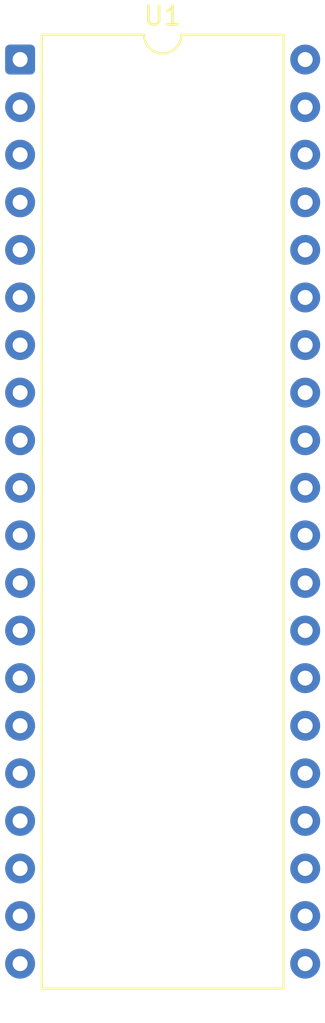
<source format=kicad_pcb>
(kicad_pcb (version 20241229) (generator "pcbnew") (generator_version "9.0")
  (layers (0 "F.Cu" signal) (2 "B.Cu" signal) (13 "F.Paste" user) (15 "B.Paste" user) (5 "F.SilkS" user "F.Silkscreen") (7 "B.SilkS" user "B.Silkscreen") (1 "F.Mask" user) (3 "B.Mask" user) (25 "Edge.Cuts" user))
  (net 0 "")
  (footprint "Package_DIP:DIP-40_W15.24mm" (layer "F.Cu") (at 134.95 73.31)
    (property "Reference" "U1" (at 7.62 -2.33 0) (layer "F.SilkS"))
    (property "Value" "YM2203C")
    (fp_line (start 1.16 -1.33) (end 1.16 49.59) (stroke (width 0.12)) (layer "F.SilkS"))
    (fp_line (start 1.16 49.59) (end 14.08 49.59) (stroke (width 0.12)) (layer "F.SilkS"))
    (fp_line (start 6.62 -1.33) (end 1.16 -1.33) (stroke (width 0.12)) (layer "F.SilkS"))
    (fp_line (start 14.08 -1.33) (end 8.62 -1.33) (stroke (width 0.12)) (layer "F.SilkS"))
    (fp_line (start 14.08 49.59) (end 14.08 -1.33) (stroke (width 0.12)) (layer "F.SilkS"))
    (fp_arc (start 8.62 -1.33) (mid 7.62 -0.33) (end 6.62 -1.33) (stroke (width 0.12)) (layer "F.SilkS"))
    (pad "1" thru_hole roundrect (at 0 0) (size 1.6 1.6) (drill 0.8) (layers "*.Cu" "*.Mask") (roundrect_rratio 0.15625))
    (pad "2" thru_hole circle (at 0 2.54) (size 1.6 1.6) (drill 0.8) (layers "*.Cu" "*.Mask"))
    (pad "3" thru_hole circle (at 0 5.08) (size 1.6 1.6) (drill 0.8) (layers "*.Cu" "*.Mask"))
    (pad "4" thru_hole circle (at 0 7.62) (size 1.6 1.6) (drill 0.8) (layers "*.Cu" "*.Mask"))
    (pad "5" thru_hole circle (at 0 10.16) (size 1.6 1.6) (drill 0.8) (layers "*.Cu" "*.Mask"))
    (pad "6" thru_hole circle (at 0 12.7) (size 1.6 1.6) (drill 0.8) (layers "*.Cu" "*.Mask"))
    (pad "7" thru_hole circle (at 0 15.24) (size 1.6 1.6) (drill 0.8) (layers "*.Cu" "*.Mask"))
    (pad "8" thru_hole circle (at 0 17.78) (size 1.6 1.6) (drill 0.8) (layers "*.Cu" "*.Mask"))
    (pad "9" thru_hole circle (at 0 20.32) (size 1.6 1.6) (drill 0.8) (layers "*.Cu" "*.Mask"))
    (pad "10" thru_hole circle (at 0 22.86) (size 1.6 1.6) (drill 0.8) (layers "*.Cu" "*.Mask"))
    (pad "11" thru_hole circle (at 0 25.4) (size 1.6 1.6) (drill 0.8) (layers "*.Cu" "*.Mask"))
    (pad "12" thru_hole circle (at 0 27.94) (size 1.6 1.6) (drill 0.8) (layers "*.Cu" "*.Mask"))
    (pad "13" thru_hole circle (at 0 30.48) (size 1.6 1.6) (drill 0.8) (layers "*.Cu" "*.Mask"))
    (pad "14" thru_hole circle (at 0 33.02) (size 1.6 1.6) (drill 0.8) (layers "*.Cu" "*.Mask"))
    (pad "15" thru_hole circle (at 0 35.56) (size 1.6 1.6) (drill 0.8) (layers "*.Cu" "*.Mask"))
    (pad "16" thru_hole circle (at 0 38.1) (size 1.6 1.6) (drill 0.8) (layers "*.Cu" "*.Mask"))
    (pad "17" thru_hole circle (at 0 40.64) (size 1.6 1.6) (drill 0.8) (layers "*.Cu" "*.Mask"))
    (pad "18" thru_hole circle (at 0 43.18) (size 1.6 1.6) (drill 0.8) (layers "*.Cu" "*.Mask"))
    (pad "19" thru_hole circle (at 0 45.72) (size 1.6 1.6) (drill 0.8) (layers "*.Cu" "*.Mask"))
    (pad "20" thru_hole circle (at 0 48.26) (size 1.6 1.6) (drill 0.8) (layers "*.Cu" "*.Mask"))
    (pad "21" thru_hole circle (at 15.24 48.26) (size 1.6 1.6) (drill 0.8) (layers "*.Cu" "*.Mask"))
    (pad "22" thru_hole circle (at 15.24 45.72) (size 1.6 1.6) (drill 0.8) (layers "*.Cu" "*.Mask"))
    (pad "23" thru_hole circle (at 15.24 43.18) (size 1.6 1.6) (drill 0.8) (layers "*.Cu" "*.Mask"))
    (pad "24" thru_hole circle (at 15.24 40.64) (size 1.6 1.6) (drill 0.8) (layers "*.Cu" "*.Mask"))
    (pad "25" thru_hole circle (at 15.24 38.1) (size 1.6 1.6) (drill 0.8) (layers "*.Cu" "*.Mask"))
    (pad "26" thru_hole circle (at 15.24 35.56) (size 1.6 1.6) (drill 0.8) (layers "*.Cu" "*.Mask"))
    (pad "27" thru_hole circle (at 15.24 33.02) (size 1.6 1.6) (drill 0.8) (layers "*.Cu" "*.Mask"))
    (pad "28" thru_hole circle (at 15.24 30.48) (size 1.6 1.6) (drill 0.8) (layers "*.Cu" "*.Mask"))
    (pad "29" thru_hole circle (at 15.24 27.94) (size 1.6 1.6) (drill 0.8) (layers "*.Cu" "*.Mask"))
    (pad "30" thru_hole circle (at 15.24 25.4) (size 1.6 1.6) (drill 0.8) (layers "*.Cu" "*.Mask"))
    (pad "31" thru_hole circle (at 15.24 22.86) (size 1.6 1.6) (drill 0.8) (layers "*.Cu" "*.Mask"))
    (pad "32" thru_hole circle (at 15.24 20.32) (size 1.6 1.6) (drill 0.8) (layers "*.Cu" "*.Mask"))
    (pad "33" thru_hole circle (at 15.24 17.78) (size 1.6 1.6) (drill 0.8) (layers "*.Cu" "*.Mask"))
    (pad "34" thru_hole circle (at 15.24 15.24) (size 1.6 1.6) (drill 0.8) (layers "*.Cu" "*.Mask"))
    (pad "35" thru_hole circle (at 15.24 12.7) (size 1.6 1.6) (drill 0.8) (layers "*.Cu" "*.Mask"))
    (pad "36" thru_hole circle (at 15.24 10.16) (size 1.6 1.6) (drill 0.8) (layers "*.Cu" "*.Mask"))
    (pad "37" thru_hole circle (at 15.24 7.62) (size 1.6 1.6) (drill 0.8) (layers "*.Cu" "*.Mask"))
    (pad "38" thru_hole circle (at 15.24 5.08) (size 1.6 1.6) (drill 0.8) (layers "*.Cu" "*.Mask"))
    (pad "39" thru_hole circle (at 15.24 2.54) (size 1.6 1.6) (drill 0.8) (layers "*.Cu" "*.Mask"))
    (pad "40" thru_hole circle (at 15.24 0) (size 1.6 1.6) (drill 0.8) (layers "*.Cu" "*.Mask"))
  )
)
</source>
